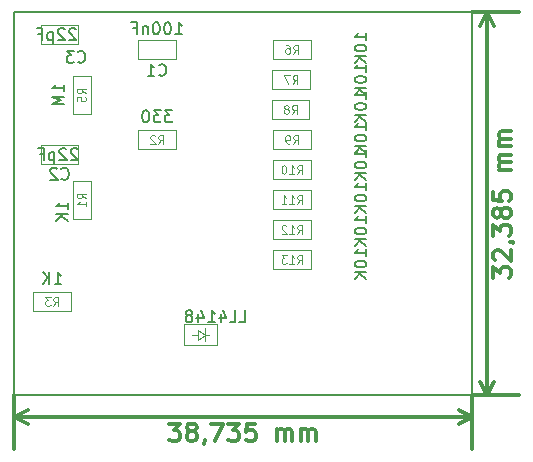
<source format=gbr>
G04 #@! TF.GenerationSoftware,KiCad,Pcbnew,(5.0.2)-1*
G04 #@! TF.CreationDate,2018-12-23T15:01:24+01:00*
G04 #@! TF.ProjectId,MutltiSwitch_Sw8,4d75746c-7469-4537-9769-7463685f5377,0.1*
G04 #@! TF.SameCoordinates,Original*
G04 #@! TF.FileFunction,Other,Fab,Bot*
%FSLAX46Y46*%
G04 Gerber Fmt 4.6, Leading zero omitted, Abs format (unit mm)*
G04 Created by KiCad (PCBNEW (5.0.2)-1) date 23/12/2018 15:01:24*
%MOMM*%
%LPD*%
G01*
G04 APERTURE LIST*
%ADD10C,0.300000*%
%ADD11C,0.150000*%
%ADD12C,0.100000*%
%ADD13C,0.105000*%
G04 APERTURE END LIST*
D10*
X146431785Y-123083571D02*
X147360357Y-123083571D01*
X146860357Y-123655000D01*
X147074642Y-123655000D01*
X147217500Y-123726428D01*
X147288928Y-123797857D01*
X147360357Y-123940714D01*
X147360357Y-124297857D01*
X147288928Y-124440714D01*
X147217500Y-124512142D01*
X147074642Y-124583571D01*
X146646071Y-124583571D01*
X146503214Y-124512142D01*
X146431785Y-124440714D01*
X148217500Y-123726428D02*
X148074642Y-123655000D01*
X148003214Y-123583571D01*
X147931785Y-123440714D01*
X147931785Y-123369285D01*
X148003214Y-123226428D01*
X148074642Y-123155000D01*
X148217500Y-123083571D01*
X148503214Y-123083571D01*
X148646071Y-123155000D01*
X148717500Y-123226428D01*
X148788928Y-123369285D01*
X148788928Y-123440714D01*
X148717500Y-123583571D01*
X148646071Y-123655000D01*
X148503214Y-123726428D01*
X148217500Y-123726428D01*
X148074642Y-123797857D01*
X148003214Y-123869285D01*
X147931785Y-124012142D01*
X147931785Y-124297857D01*
X148003214Y-124440714D01*
X148074642Y-124512142D01*
X148217500Y-124583571D01*
X148503214Y-124583571D01*
X148646071Y-124512142D01*
X148717500Y-124440714D01*
X148788928Y-124297857D01*
X148788928Y-124012142D01*
X148717500Y-123869285D01*
X148646071Y-123797857D01*
X148503214Y-123726428D01*
X149503214Y-124512142D02*
X149503214Y-124583571D01*
X149431785Y-124726428D01*
X149360357Y-124797857D01*
X150003214Y-123083571D02*
X151003214Y-123083571D01*
X150360357Y-124583571D01*
X151431785Y-123083571D02*
X152360357Y-123083571D01*
X151860357Y-123655000D01*
X152074642Y-123655000D01*
X152217500Y-123726428D01*
X152288928Y-123797857D01*
X152360357Y-123940714D01*
X152360357Y-124297857D01*
X152288928Y-124440714D01*
X152217500Y-124512142D01*
X152074642Y-124583571D01*
X151646071Y-124583571D01*
X151503214Y-124512142D01*
X151431785Y-124440714D01*
X153717500Y-123083571D02*
X153003214Y-123083571D01*
X152931785Y-123797857D01*
X153003214Y-123726428D01*
X153146071Y-123655000D01*
X153503214Y-123655000D01*
X153646071Y-123726428D01*
X153717500Y-123797857D01*
X153788928Y-123940714D01*
X153788928Y-124297857D01*
X153717500Y-124440714D01*
X153646071Y-124512142D01*
X153503214Y-124583571D01*
X153146071Y-124583571D01*
X153003214Y-124512142D01*
X152931785Y-124440714D01*
X155574642Y-124583571D02*
X155574642Y-123583571D01*
X155574642Y-123726428D02*
X155646071Y-123655000D01*
X155788928Y-123583571D01*
X156003214Y-123583571D01*
X156146071Y-123655000D01*
X156217500Y-123797857D01*
X156217500Y-124583571D01*
X156217500Y-123797857D02*
X156288928Y-123655000D01*
X156431785Y-123583571D01*
X156646071Y-123583571D01*
X156788928Y-123655000D01*
X156860357Y-123797857D01*
X156860357Y-124583571D01*
X157574642Y-124583571D02*
X157574642Y-123583571D01*
X157574642Y-123726428D02*
X157646071Y-123655000D01*
X157788928Y-123583571D01*
X158003214Y-123583571D01*
X158146071Y-123655000D01*
X158217500Y-123797857D01*
X158217500Y-124583571D01*
X158217500Y-123797857D02*
X158288928Y-123655000D01*
X158431785Y-123583571D01*
X158646071Y-123583571D01*
X158788928Y-123655000D01*
X158860357Y-123797857D01*
X158860357Y-124583571D01*
X172085000Y-122555000D02*
X133350000Y-122555000D01*
X172085000Y-120650000D02*
X172085000Y-125255000D01*
X133350000Y-120650000D02*
X133350000Y-125255000D01*
X133350000Y-122555000D02*
X134476504Y-121968579D01*
X133350000Y-122555000D02*
X134476504Y-123141421D01*
X172085000Y-122555000D02*
X170958496Y-121968579D01*
X172085000Y-122555000D02*
X170958496Y-123141421D01*
X173883570Y-110743214D02*
X173883570Y-109814642D01*
X174454999Y-110314642D01*
X174454999Y-110100357D01*
X174526427Y-109957500D01*
X174597856Y-109886071D01*
X174740713Y-109814642D01*
X175097856Y-109814642D01*
X175240713Y-109886071D01*
X175312141Y-109957500D01*
X175383570Y-110100357D01*
X175383570Y-110528928D01*
X175312141Y-110671785D01*
X175240713Y-110743214D01*
X174026427Y-109243214D02*
X173954999Y-109171785D01*
X173883570Y-109028928D01*
X173883570Y-108671785D01*
X173954999Y-108528928D01*
X174026427Y-108457500D01*
X174169284Y-108386071D01*
X174312141Y-108386071D01*
X174526427Y-108457500D01*
X175383570Y-109314642D01*
X175383570Y-108386071D01*
X175312141Y-107671785D02*
X175383570Y-107671785D01*
X175526427Y-107743214D01*
X175597856Y-107814642D01*
X173883570Y-107171785D02*
X173883570Y-106243214D01*
X174454999Y-106743214D01*
X174454999Y-106528928D01*
X174526427Y-106386071D01*
X174597856Y-106314642D01*
X174740713Y-106243214D01*
X175097856Y-106243214D01*
X175240713Y-106314642D01*
X175312141Y-106386071D01*
X175383570Y-106528928D01*
X175383570Y-106957500D01*
X175312141Y-107100357D01*
X175240713Y-107171785D01*
X174526427Y-105386071D02*
X174454999Y-105528928D01*
X174383570Y-105600357D01*
X174240713Y-105671785D01*
X174169284Y-105671785D01*
X174026427Y-105600357D01*
X173954999Y-105528928D01*
X173883570Y-105386071D01*
X173883570Y-105100357D01*
X173954999Y-104957500D01*
X174026427Y-104886071D01*
X174169284Y-104814642D01*
X174240713Y-104814642D01*
X174383570Y-104886071D01*
X174454999Y-104957500D01*
X174526427Y-105100357D01*
X174526427Y-105386071D01*
X174597856Y-105528928D01*
X174669284Y-105600357D01*
X174812141Y-105671785D01*
X175097856Y-105671785D01*
X175240713Y-105600357D01*
X175312141Y-105528928D01*
X175383570Y-105386071D01*
X175383570Y-105100357D01*
X175312141Y-104957500D01*
X175240713Y-104886071D01*
X175097856Y-104814642D01*
X174812141Y-104814642D01*
X174669284Y-104886071D01*
X174597856Y-104957500D01*
X174526427Y-105100357D01*
X173883570Y-103457500D02*
X173883570Y-104171785D01*
X174597856Y-104243214D01*
X174526427Y-104171785D01*
X174454999Y-104028928D01*
X174454999Y-103671785D01*
X174526427Y-103528928D01*
X174597856Y-103457500D01*
X174740713Y-103386071D01*
X175097856Y-103386071D01*
X175240713Y-103457500D01*
X175312141Y-103528928D01*
X175383570Y-103671785D01*
X175383570Y-104028928D01*
X175312141Y-104171785D01*
X175240713Y-104243214D01*
X175383570Y-101600357D02*
X174383570Y-101600357D01*
X174526427Y-101600357D02*
X174454999Y-101528928D01*
X174383570Y-101386071D01*
X174383570Y-101171785D01*
X174454999Y-101028928D01*
X174597856Y-100957500D01*
X175383570Y-100957500D01*
X174597856Y-100957500D02*
X174454999Y-100886071D01*
X174383570Y-100743214D01*
X174383570Y-100528928D01*
X174454999Y-100386071D01*
X174597856Y-100314642D01*
X175383570Y-100314642D01*
X175383570Y-99600357D02*
X174383570Y-99600357D01*
X174526427Y-99600357D02*
X174454999Y-99528928D01*
X174383570Y-99386071D01*
X174383570Y-99171785D01*
X174454999Y-99028928D01*
X174597856Y-98957500D01*
X175383570Y-98957500D01*
X174597856Y-98957500D02*
X174454999Y-98886071D01*
X174383570Y-98743214D01*
X174383570Y-98528928D01*
X174454999Y-98386071D01*
X174597856Y-98314642D01*
X175383570Y-98314642D01*
X173354999Y-120650000D02*
X173354999Y-88265000D01*
X172085000Y-120650000D02*
X176054999Y-120650000D01*
X172085000Y-88265000D02*
X176054999Y-88265000D01*
X173354999Y-88265000D02*
X173941420Y-89391504D01*
X173354999Y-88265000D02*
X172768578Y-89391504D01*
X173354999Y-120650000D02*
X173941420Y-119523496D01*
X173354999Y-120650000D02*
X172768578Y-119523496D01*
D11*
X133350000Y-120650000D02*
X133350000Y-88265000D01*
X172085000Y-120650000D02*
X172085000Y-88265000D01*
X172085000Y-88265000D02*
X133350000Y-88265000D01*
X133350000Y-120650000D02*
X172085000Y-120650000D01*
D12*
G04 #@! TO.C,C1*
X143815000Y-90640000D02*
X143815000Y-92240000D01*
X147015000Y-90640000D02*
X143815000Y-90640000D01*
X147015000Y-92240000D02*
X147015000Y-90640000D01*
X143815000Y-92240000D02*
X147015000Y-92240000D01*
G04 #@! TO.C,C2*
X135560000Y-99530000D02*
X135560000Y-101130000D01*
X138760000Y-99530000D02*
X135560000Y-99530000D01*
X138760000Y-101130000D02*
X138760000Y-99530000D01*
X135560000Y-101130000D02*
X138760000Y-101130000D01*
G04 #@! TO.C,C3*
X135560000Y-89370000D02*
X135560000Y-90970000D01*
X138760000Y-89370000D02*
X135560000Y-89370000D01*
X138760000Y-90970000D02*
X138760000Y-89370000D01*
X135560000Y-90970000D02*
X138760000Y-90970000D01*
G04 #@! TO.C,R2*
X143815000Y-98260000D02*
X143815000Y-99860000D01*
X147015000Y-98260000D02*
X143815000Y-98260000D01*
X147015000Y-99860000D02*
X147015000Y-98260000D01*
X143815000Y-99860000D02*
X147015000Y-99860000D01*
G04 #@! TO.C,R1*
X138265000Y-105740000D02*
X139865000Y-105740000D01*
X138265000Y-102540000D02*
X138265000Y-105740000D01*
X139865000Y-102540000D02*
X138265000Y-102540000D01*
X139865000Y-105740000D02*
X139865000Y-102540000D01*
G04 #@! TO.C,D2*
X148848000Y-115570000D02*
X148348000Y-115570000D01*
X148848000Y-115970000D02*
X149448000Y-115570000D01*
X148848000Y-115170000D02*
X148848000Y-115970000D01*
X149448000Y-115570000D02*
X148848000Y-115170000D01*
X149448000Y-115570000D02*
X149448000Y-116120000D01*
X149448000Y-115570000D02*
X149448000Y-115020000D01*
X149848000Y-115570000D02*
X149448000Y-115570000D01*
X150498000Y-116470000D02*
X150498000Y-114670000D01*
X147698000Y-116470000D02*
X150498000Y-116470000D01*
X147698000Y-114670000D02*
X147698000Y-116470000D01*
X150498000Y-114670000D02*
X147698000Y-114670000D01*
G04 #@! TO.C,R3*
X134925000Y-111976000D02*
X134925000Y-113576000D01*
X138125000Y-111976000D02*
X134925000Y-111976000D01*
X138125000Y-113576000D02*
X138125000Y-111976000D01*
X134925000Y-113576000D02*
X138125000Y-113576000D01*
G04 #@! TO.C,R5*
X138265000Y-96850000D02*
X139865000Y-96850000D01*
X138265000Y-93650000D02*
X138265000Y-96850000D01*
X139865000Y-93650000D02*
X138265000Y-93650000D01*
X139865000Y-96850000D02*
X139865000Y-93650000D01*
G04 #@! TO.C,R6*
X155245000Y-90640000D02*
X155245000Y-92240000D01*
X158445000Y-90640000D02*
X155245000Y-90640000D01*
X158445000Y-92240000D02*
X158445000Y-90640000D01*
X155245000Y-92240000D02*
X158445000Y-92240000D01*
G04 #@! TO.C,R7*
X155192000Y-93180000D02*
X155192000Y-94780000D01*
X158392000Y-93180000D02*
X155192000Y-93180000D01*
X158392000Y-94780000D02*
X158392000Y-93180000D01*
X155192000Y-94780000D02*
X158392000Y-94780000D01*
G04 #@! TO.C,R8*
X155118000Y-95720000D02*
X155118000Y-97320000D01*
X158318000Y-95720000D02*
X155118000Y-95720000D01*
X158318000Y-97320000D02*
X158318000Y-95720000D01*
X155118000Y-97320000D02*
X158318000Y-97320000D01*
G04 #@! TO.C,R9*
X155245000Y-98260000D02*
X155245000Y-99860000D01*
X158445000Y-98260000D02*
X155245000Y-98260000D01*
X158445000Y-99860000D02*
X158445000Y-98260000D01*
X155245000Y-99860000D02*
X158445000Y-99860000D01*
G04 #@! TO.C,R10*
X155245000Y-100800000D02*
X155245000Y-102400000D01*
X158445000Y-100800000D02*
X155245000Y-100800000D01*
X158445000Y-102400000D02*
X158445000Y-100800000D01*
X155245000Y-102400000D02*
X158445000Y-102400000D01*
G04 #@! TO.C,R11*
X155245000Y-103340000D02*
X155245000Y-104940000D01*
X158445000Y-103340000D02*
X155245000Y-103340000D01*
X158445000Y-104940000D02*
X158445000Y-103340000D01*
X155245000Y-104940000D02*
X158445000Y-104940000D01*
G04 #@! TO.C,R12*
X155245000Y-105880000D02*
X155245000Y-107480000D01*
X158445000Y-105880000D02*
X155245000Y-105880000D01*
X158445000Y-107480000D02*
X158445000Y-105880000D01*
X155245000Y-107480000D02*
X158445000Y-107480000D01*
G04 #@! TO.C,R13*
X155245000Y-108420000D02*
X155245000Y-110020000D01*
X158445000Y-108420000D02*
X155245000Y-108420000D01*
X158445000Y-110020000D02*
X158445000Y-108420000D01*
X155245000Y-110020000D02*
X158445000Y-110020000D01*
G04 #@! TD*
G04 #@! TO.C,C1*
D11*
X146962619Y-90114380D02*
X147534047Y-90114380D01*
X147248333Y-90114380D02*
X147248333Y-89114380D01*
X147343571Y-89257238D01*
X147438809Y-89352476D01*
X147534047Y-89400095D01*
X146343571Y-89114380D02*
X146248333Y-89114380D01*
X146153095Y-89162000D01*
X146105476Y-89209619D01*
X146057857Y-89304857D01*
X146010238Y-89495333D01*
X146010238Y-89733428D01*
X146057857Y-89923904D01*
X146105476Y-90019142D01*
X146153095Y-90066761D01*
X146248333Y-90114380D01*
X146343571Y-90114380D01*
X146438809Y-90066761D01*
X146486428Y-90019142D01*
X146534047Y-89923904D01*
X146581666Y-89733428D01*
X146581666Y-89495333D01*
X146534047Y-89304857D01*
X146486428Y-89209619D01*
X146438809Y-89162000D01*
X146343571Y-89114380D01*
X145391190Y-89114380D02*
X145295952Y-89114380D01*
X145200714Y-89162000D01*
X145153095Y-89209619D01*
X145105476Y-89304857D01*
X145057857Y-89495333D01*
X145057857Y-89733428D01*
X145105476Y-89923904D01*
X145153095Y-90019142D01*
X145200714Y-90066761D01*
X145295952Y-90114380D01*
X145391190Y-90114380D01*
X145486428Y-90066761D01*
X145534047Y-90019142D01*
X145581666Y-89923904D01*
X145629285Y-89733428D01*
X145629285Y-89495333D01*
X145581666Y-89304857D01*
X145534047Y-89209619D01*
X145486428Y-89162000D01*
X145391190Y-89114380D01*
X144629285Y-89447714D02*
X144629285Y-90114380D01*
X144629285Y-89542952D02*
X144581666Y-89495333D01*
X144486428Y-89447714D01*
X144343571Y-89447714D01*
X144248333Y-89495333D01*
X144200714Y-89590571D01*
X144200714Y-90114380D01*
X143391190Y-89590571D02*
X143724523Y-89590571D01*
X143724523Y-90114380D02*
X143724523Y-89114380D01*
X143248333Y-89114380D01*
X145581666Y-93547142D02*
X145629285Y-93594761D01*
X145772142Y-93642380D01*
X145867380Y-93642380D01*
X146010238Y-93594761D01*
X146105476Y-93499523D01*
X146153095Y-93404285D01*
X146200714Y-93213809D01*
X146200714Y-93070952D01*
X146153095Y-92880476D01*
X146105476Y-92785238D01*
X146010238Y-92690000D01*
X145867380Y-92642380D01*
X145772142Y-92642380D01*
X145629285Y-92690000D01*
X145581666Y-92737619D01*
X144629285Y-93642380D02*
X145200714Y-93642380D01*
X144915000Y-93642380D02*
X144915000Y-92642380D01*
X145010238Y-92785238D01*
X145105476Y-92880476D01*
X145200714Y-92928095D01*
G04 #@! TO.C,C2*
X138675857Y-99877619D02*
X138628238Y-99830000D01*
X138533000Y-99782380D01*
X138294904Y-99782380D01*
X138199666Y-99830000D01*
X138152047Y-99877619D01*
X138104428Y-99972857D01*
X138104428Y-100068095D01*
X138152047Y-100210952D01*
X138723476Y-100782380D01*
X138104428Y-100782380D01*
X137723476Y-99877619D02*
X137675857Y-99830000D01*
X137580619Y-99782380D01*
X137342523Y-99782380D01*
X137247285Y-99830000D01*
X137199666Y-99877619D01*
X137152047Y-99972857D01*
X137152047Y-100068095D01*
X137199666Y-100210952D01*
X137771095Y-100782380D01*
X137152047Y-100782380D01*
X136723476Y-100115714D02*
X136723476Y-101115714D01*
X136723476Y-100163333D02*
X136628238Y-100115714D01*
X136437761Y-100115714D01*
X136342523Y-100163333D01*
X136294904Y-100210952D01*
X136247285Y-100306190D01*
X136247285Y-100591904D01*
X136294904Y-100687142D01*
X136342523Y-100734761D01*
X136437761Y-100782380D01*
X136628238Y-100782380D01*
X136723476Y-100734761D01*
X135485380Y-100258571D02*
X135818714Y-100258571D01*
X135818714Y-100782380D02*
X135818714Y-99782380D01*
X135342523Y-99782380D01*
X137326666Y-102338142D02*
X137374285Y-102385761D01*
X137517142Y-102433380D01*
X137612380Y-102433380D01*
X137755238Y-102385761D01*
X137850476Y-102290523D01*
X137898095Y-102195285D01*
X137945714Y-102004809D01*
X137945714Y-101861952D01*
X137898095Y-101671476D01*
X137850476Y-101576238D01*
X137755238Y-101481000D01*
X137612380Y-101433380D01*
X137517142Y-101433380D01*
X137374285Y-101481000D01*
X137326666Y-101528619D01*
X136945714Y-101528619D02*
X136898095Y-101481000D01*
X136802857Y-101433380D01*
X136564761Y-101433380D01*
X136469523Y-101481000D01*
X136421904Y-101528619D01*
X136374285Y-101623857D01*
X136374285Y-101719095D01*
X136421904Y-101861952D01*
X136993333Y-102433380D01*
X136374285Y-102433380D01*
G04 #@! TO.C,C3*
X138548857Y-89717619D02*
X138501238Y-89670000D01*
X138406000Y-89622380D01*
X138167904Y-89622380D01*
X138072666Y-89670000D01*
X138025047Y-89717619D01*
X137977428Y-89812857D01*
X137977428Y-89908095D01*
X138025047Y-90050952D01*
X138596476Y-90622380D01*
X137977428Y-90622380D01*
X137596476Y-89717619D02*
X137548857Y-89670000D01*
X137453619Y-89622380D01*
X137215523Y-89622380D01*
X137120285Y-89670000D01*
X137072666Y-89717619D01*
X137025047Y-89812857D01*
X137025047Y-89908095D01*
X137072666Y-90050952D01*
X137644095Y-90622380D01*
X137025047Y-90622380D01*
X136596476Y-89955714D02*
X136596476Y-90955714D01*
X136596476Y-90003333D02*
X136501238Y-89955714D01*
X136310761Y-89955714D01*
X136215523Y-90003333D01*
X136167904Y-90050952D01*
X136120285Y-90146190D01*
X136120285Y-90431904D01*
X136167904Y-90527142D01*
X136215523Y-90574761D01*
X136310761Y-90622380D01*
X136501238Y-90622380D01*
X136596476Y-90574761D01*
X135358380Y-90098571D02*
X135691714Y-90098571D01*
X135691714Y-90622380D02*
X135691714Y-89622380D01*
X135215523Y-89622380D01*
X138723666Y-92432142D02*
X138771285Y-92479761D01*
X138914142Y-92527380D01*
X139009380Y-92527380D01*
X139152238Y-92479761D01*
X139247476Y-92384523D01*
X139295095Y-92289285D01*
X139342714Y-92098809D01*
X139342714Y-91955952D01*
X139295095Y-91765476D01*
X139247476Y-91670238D01*
X139152238Y-91575000D01*
X139009380Y-91527380D01*
X138914142Y-91527380D01*
X138771285Y-91575000D01*
X138723666Y-91622619D01*
X138390333Y-91527380D02*
X137771285Y-91527380D01*
X138104619Y-91908333D01*
X137961761Y-91908333D01*
X137866523Y-91955952D01*
X137818904Y-92003571D01*
X137771285Y-92098809D01*
X137771285Y-92336904D01*
X137818904Y-92432142D01*
X137866523Y-92479761D01*
X137961761Y-92527380D01*
X138247476Y-92527380D01*
X138342714Y-92479761D01*
X138390333Y-92432142D01*
G04 #@! TO.C,R2*
X146700714Y-96562380D02*
X146081666Y-96562380D01*
X146415000Y-96943333D01*
X146272142Y-96943333D01*
X146176904Y-96990952D01*
X146129285Y-97038571D01*
X146081666Y-97133809D01*
X146081666Y-97371904D01*
X146129285Y-97467142D01*
X146176904Y-97514761D01*
X146272142Y-97562380D01*
X146557857Y-97562380D01*
X146653095Y-97514761D01*
X146700714Y-97467142D01*
X145748333Y-96562380D02*
X145129285Y-96562380D01*
X145462619Y-96943333D01*
X145319761Y-96943333D01*
X145224523Y-96990952D01*
X145176904Y-97038571D01*
X145129285Y-97133809D01*
X145129285Y-97371904D01*
X145176904Y-97467142D01*
X145224523Y-97514761D01*
X145319761Y-97562380D01*
X145605476Y-97562380D01*
X145700714Y-97514761D01*
X145748333Y-97467142D01*
X144510238Y-96562380D02*
X144415000Y-96562380D01*
X144319761Y-96610000D01*
X144272142Y-96657619D01*
X144224523Y-96752857D01*
X144176904Y-96943333D01*
X144176904Y-97181428D01*
X144224523Y-97371904D01*
X144272142Y-97467142D01*
X144319761Y-97514761D01*
X144415000Y-97562380D01*
X144510238Y-97562380D01*
X144605476Y-97514761D01*
X144653095Y-97467142D01*
X144700714Y-97371904D01*
X144748333Y-97181428D01*
X144748333Y-96943333D01*
X144700714Y-96752857D01*
X144653095Y-96657619D01*
X144605476Y-96610000D01*
X144510238Y-96562380D01*
D13*
X145531666Y-99376666D02*
X145765000Y-99043333D01*
X145931666Y-99376666D02*
X145931666Y-98676666D01*
X145665000Y-98676666D01*
X145598333Y-98710000D01*
X145565000Y-98743333D01*
X145531666Y-98810000D01*
X145531666Y-98910000D01*
X145565000Y-98976666D01*
X145598333Y-99010000D01*
X145665000Y-99043333D01*
X145931666Y-99043333D01*
X145265000Y-98743333D02*
X145231666Y-98710000D01*
X145165000Y-98676666D01*
X144998333Y-98676666D01*
X144931666Y-98710000D01*
X144898333Y-98743333D01*
X144865000Y-98810000D01*
X144865000Y-98876666D01*
X144898333Y-98976666D01*
X145298333Y-99376666D01*
X144865000Y-99376666D01*
G04 #@! TO.C,R1*
D11*
X137866380Y-104941714D02*
X137866380Y-104370285D01*
X137866380Y-104656000D02*
X136866380Y-104656000D01*
X137009238Y-104560761D01*
X137104476Y-104465523D01*
X137152095Y-104370285D01*
X137866380Y-105370285D02*
X136866380Y-105370285D01*
X137866380Y-105941714D02*
X137294952Y-105513142D01*
X136866380Y-105941714D02*
X137437809Y-105370285D01*
D13*
X139381666Y-104023333D02*
X139048333Y-103790000D01*
X139381666Y-103623333D02*
X138681666Y-103623333D01*
X138681666Y-103890000D01*
X138715000Y-103956666D01*
X138748333Y-103990000D01*
X138815000Y-104023333D01*
X138915000Y-104023333D01*
X138981666Y-103990000D01*
X139015000Y-103956666D01*
X139048333Y-103890000D01*
X139048333Y-103623333D01*
X139381666Y-104690000D02*
X139381666Y-104290000D01*
X139381666Y-104490000D02*
X138681666Y-104490000D01*
X138781666Y-104423333D01*
X138848333Y-104356666D01*
X138881666Y-104290000D01*
G04 #@! TO.C,D2*
D11*
X152368000Y-114498380D02*
X152844190Y-114498380D01*
X152844190Y-113498380D01*
X151558476Y-114498380D02*
X152034666Y-114498380D01*
X152034666Y-113498380D01*
X150796571Y-113831714D02*
X150796571Y-114498380D01*
X151034666Y-113450761D02*
X151272761Y-114165047D01*
X150653714Y-114165047D01*
X149748952Y-114498380D02*
X150320380Y-114498380D01*
X150034666Y-114498380D02*
X150034666Y-113498380D01*
X150129904Y-113641238D01*
X150225142Y-113736476D01*
X150320380Y-113784095D01*
X148891809Y-113831714D02*
X148891809Y-114498380D01*
X149129904Y-113450761D02*
X149368000Y-114165047D01*
X148748952Y-114165047D01*
X148225142Y-113926952D02*
X148320380Y-113879333D01*
X148368000Y-113831714D01*
X148415619Y-113736476D01*
X148415619Y-113688857D01*
X148368000Y-113593619D01*
X148320380Y-113546000D01*
X148225142Y-113498380D01*
X148034666Y-113498380D01*
X147939428Y-113546000D01*
X147891809Y-113593619D01*
X147844190Y-113688857D01*
X147844190Y-113736476D01*
X147891809Y-113831714D01*
X147939428Y-113879333D01*
X148034666Y-113926952D01*
X148225142Y-113926952D01*
X148320380Y-113974571D01*
X148368000Y-114022190D01*
X148415619Y-114117428D01*
X148415619Y-114307904D01*
X148368000Y-114403142D01*
X148320380Y-114450761D01*
X148225142Y-114498380D01*
X148034666Y-114498380D01*
X147939428Y-114450761D01*
X147891809Y-114403142D01*
X147844190Y-114307904D01*
X147844190Y-114117428D01*
X147891809Y-114022190D01*
X147939428Y-113974571D01*
X148034666Y-113926952D01*
G04 #@! TO.C,R3*
X136739285Y-111278380D02*
X137310714Y-111278380D01*
X137025000Y-111278380D02*
X137025000Y-110278380D01*
X137120238Y-110421238D01*
X137215476Y-110516476D01*
X137310714Y-110564095D01*
X136310714Y-111278380D02*
X136310714Y-110278380D01*
X135739285Y-111278380D02*
X136167857Y-110706952D01*
X135739285Y-110278380D02*
X136310714Y-110849809D01*
D13*
X136641666Y-113092666D02*
X136875000Y-112759333D01*
X137041666Y-113092666D02*
X137041666Y-112392666D01*
X136775000Y-112392666D01*
X136708333Y-112426000D01*
X136675000Y-112459333D01*
X136641666Y-112526000D01*
X136641666Y-112626000D01*
X136675000Y-112692666D01*
X136708333Y-112726000D01*
X136775000Y-112759333D01*
X137041666Y-112759333D01*
X136408333Y-112392666D02*
X135975000Y-112392666D01*
X136208333Y-112659333D01*
X136108333Y-112659333D01*
X136041666Y-112692666D01*
X136008333Y-112726000D01*
X135975000Y-112792666D01*
X135975000Y-112959333D01*
X136008333Y-113026000D01*
X136041666Y-113059333D01*
X136108333Y-113092666D01*
X136308333Y-113092666D01*
X136375000Y-113059333D01*
X136408333Y-113026000D01*
G04 #@! TO.C,R5*
D11*
X137567380Y-94964285D02*
X137567380Y-94392857D01*
X137567380Y-94678571D02*
X136567380Y-94678571D01*
X136710238Y-94583333D01*
X136805476Y-94488095D01*
X136853095Y-94392857D01*
X137567380Y-95392857D02*
X136567380Y-95392857D01*
X137281666Y-95726190D01*
X136567380Y-96059523D01*
X137567380Y-96059523D01*
D13*
X139381666Y-95133333D02*
X139048333Y-94900000D01*
X139381666Y-94733333D02*
X138681666Y-94733333D01*
X138681666Y-95000000D01*
X138715000Y-95066666D01*
X138748333Y-95100000D01*
X138815000Y-95133333D01*
X138915000Y-95133333D01*
X138981666Y-95100000D01*
X139015000Y-95066666D01*
X139048333Y-95000000D01*
X139048333Y-94733333D01*
X138681666Y-95766666D02*
X138681666Y-95433333D01*
X139015000Y-95400000D01*
X138981666Y-95433333D01*
X138948333Y-95500000D01*
X138948333Y-95666666D01*
X138981666Y-95733333D01*
X139015000Y-95766666D01*
X139081666Y-95800000D01*
X139248333Y-95800000D01*
X139315000Y-95766666D01*
X139348333Y-95733333D01*
X139381666Y-95666666D01*
X139381666Y-95500000D01*
X139348333Y-95433333D01*
X139315000Y-95400000D01*
G04 #@! TO.C,R6*
D11*
X163139380Y-90622523D02*
X163139380Y-90051095D01*
X163139380Y-90336809D02*
X162139380Y-90336809D01*
X162282238Y-90241571D01*
X162377476Y-90146333D01*
X162425095Y-90051095D01*
X162139380Y-91241571D02*
X162139380Y-91336809D01*
X162187000Y-91432047D01*
X162234619Y-91479666D01*
X162329857Y-91527285D01*
X162520333Y-91574904D01*
X162758428Y-91574904D01*
X162948904Y-91527285D01*
X163044142Y-91479666D01*
X163091761Y-91432047D01*
X163139380Y-91336809D01*
X163139380Y-91241571D01*
X163091761Y-91146333D01*
X163044142Y-91098714D01*
X162948904Y-91051095D01*
X162758428Y-91003476D01*
X162520333Y-91003476D01*
X162329857Y-91051095D01*
X162234619Y-91098714D01*
X162187000Y-91146333D01*
X162139380Y-91241571D01*
X163139380Y-92003476D02*
X162139380Y-92003476D01*
X163139380Y-92574904D02*
X162567952Y-92146333D01*
X162139380Y-92574904D02*
X162710809Y-92003476D01*
D13*
X156961666Y-91756666D02*
X157195000Y-91423333D01*
X157361666Y-91756666D02*
X157361666Y-91056666D01*
X157095000Y-91056666D01*
X157028333Y-91090000D01*
X156995000Y-91123333D01*
X156961666Y-91190000D01*
X156961666Y-91290000D01*
X156995000Y-91356666D01*
X157028333Y-91390000D01*
X157095000Y-91423333D01*
X157361666Y-91423333D01*
X156361666Y-91056666D02*
X156495000Y-91056666D01*
X156561666Y-91090000D01*
X156595000Y-91123333D01*
X156661666Y-91223333D01*
X156695000Y-91356666D01*
X156695000Y-91623333D01*
X156661666Y-91690000D01*
X156628333Y-91723333D01*
X156561666Y-91756666D01*
X156428333Y-91756666D01*
X156361666Y-91723333D01*
X156328333Y-91690000D01*
X156295000Y-91623333D01*
X156295000Y-91456666D01*
X156328333Y-91390000D01*
X156361666Y-91356666D01*
X156428333Y-91323333D01*
X156561666Y-91323333D01*
X156628333Y-91356666D01*
X156661666Y-91390000D01*
X156695000Y-91456666D01*
G04 #@! TO.C,R7*
D11*
X163139380Y-93289523D02*
X163139380Y-92718095D01*
X163139380Y-93003809D02*
X162139380Y-93003809D01*
X162282238Y-92908571D01*
X162377476Y-92813333D01*
X162425095Y-92718095D01*
X162139380Y-93908571D02*
X162139380Y-94003809D01*
X162187000Y-94099047D01*
X162234619Y-94146666D01*
X162329857Y-94194285D01*
X162520333Y-94241904D01*
X162758428Y-94241904D01*
X162948904Y-94194285D01*
X163044142Y-94146666D01*
X163091761Y-94099047D01*
X163139380Y-94003809D01*
X163139380Y-93908571D01*
X163091761Y-93813333D01*
X163044142Y-93765714D01*
X162948904Y-93718095D01*
X162758428Y-93670476D01*
X162520333Y-93670476D01*
X162329857Y-93718095D01*
X162234619Y-93765714D01*
X162187000Y-93813333D01*
X162139380Y-93908571D01*
X163139380Y-94670476D02*
X162139380Y-94670476D01*
X163139380Y-95241904D02*
X162567952Y-94813333D01*
X162139380Y-95241904D02*
X162710809Y-94670476D01*
D13*
X156908666Y-94296666D02*
X157142000Y-93963333D01*
X157308666Y-94296666D02*
X157308666Y-93596666D01*
X157042000Y-93596666D01*
X156975333Y-93630000D01*
X156942000Y-93663333D01*
X156908666Y-93730000D01*
X156908666Y-93830000D01*
X156942000Y-93896666D01*
X156975333Y-93930000D01*
X157042000Y-93963333D01*
X157308666Y-93963333D01*
X156675333Y-93596666D02*
X156208666Y-93596666D01*
X156508666Y-94296666D01*
G04 #@! TO.C,R8*
D11*
X163139380Y-95575523D02*
X163139380Y-95004095D01*
X163139380Y-95289809D02*
X162139380Y-95289809D01*
X162282238Y-95194571D01*
X162377476Y-95099333D01*
X162425095Y-95004095D01*
X162139380Y-96194571D02*
X162139380Y-96289809D01*
X162187000Y-96385047D01*
X162234619Y-96432666D01*
X162329857Y-96480285D01*
X162520333Y-96527904D01*
X162758428Y-96527904D01*
X162948904Y-96480285D01*
X163044142Y-96432666D01*
X163091761Y-96385047D01*
X163139380Y-96289809D01*
X163139380Y-96194571D01*
X163091761Y-96099333D01*
X163044142Y-96051714D01*
X162948904Y-96004095D01*
X162758428Y-95956476D01*
X162520333Y-95956476D01*
X162329857Y-96004095D01*
X162234619Y-96051714D01*
X162187000Y-96099333D01*
X162139380Y-96194571D01*
X163139380Y-96956476D02*
X162139380Y-96956476D01*
X163139380Y-97527904D02*
X162567952Y-97099333D01*
X162139380Y-97527904D02*
X162710809Y-96956476D01*
D13*
X156834666Y-96836666D02*
X157068000Y-96503333D01*
X157234666Y-96836666D02*
X157234666Y-96136666D01*
X156968000Y-96136666D01*
X156901333Y-96170000D01*
X156868000Y-96203333D01*
X156834666Y-96270000D01*
X156834666Y-96370000D01*
X156868000Y-96436666D01*
X156901333Y-96470000D01*
X156968000Y-96503333D01*
X157234666Y-96503333D01*
X156434666Y-96436666D02*
X156501333Y-96403333D01*
X156534666Y-96370000D01*
X156568000Y-96303333D01*
X156568000Y-96270000D01*
X156534666Y-96203333D01*
X156501333Y-96170000D01*
X156434666Y-96136666D01*
X156301333Y-96136666D01*
X156234666Y-96170000D01*
X156201333Y-96203333D01*
X156168000Y-96270000D01*
X156168000Y-96303333D01*
X156201333Y-96370000D01*
X156234666Y-96403333D01*
X156301333Y-96436666D01*
X156434666Y-96436666D01*
X156501333Y-96470000D01*
X156534666Y-96503333D01*
X156568000Y-96570000D01*
X156568000Y-96703333D01*
X156534666Y-96770000D01*
X156501333Y-96803333D01*
X156434666Y-96836666D01*
X156301333Y-96836666D01*
X156234666Y-96803333D01*
X156201333Y-96770000D01*
X156168000Y-96703333D01*
X156168000Y-96570000D01*
X156201333Y-96503333D01*
X156234666Y-96470000D01*
X156301333Y-96436666D01*
G04 #@! TO.C,R9*
D11*
X163139380Y-98242523D02*
X163139380Y-97671095D01*
X163139380Y-97956809D02*
X162139380Y-97956809D01*
X162282238Y-97861571D01*
X162377476Y-97766333D01*
X162425095Y-97671095D01*
X162139380Y-98861571D02*
X162139380Y-98956809D01*
X162187000Y-99052047D01*
X162234619Y-99099666D01*
X162329857Y-99147285D01*
X162520333Y-99194904D01*
X162758428Y-99194904D01*
X162948904Y-99147285D01*
X163044142Y-99099666D01*
X163091761Y-99052047D01*
X163139380Y-98956809D01*
X163139380Y-98861571D01*
X163091761Y-98766333D01*
X163044142Y-98718714D01*
X162948904Y-98671095D01*
X162758428Y-98623476D01*
X162520333Y-98623476D01*
X162329857Y-98671095D01*
X162234619Y-98718714D01*
X162187000Y-98766333D01*
X162139380Y-98861571D01*
X163139380Y-99623476D02*
X162139380Y-99623476D01*
X163139380Y-100194904D02*
X162567952Y-99766333D01*
X162139380Y-100194904D02*
X162710809Y-99623476D01*
D13*
X156961666Y-99376666D02*
X157195000Y-99043333D01*
X157361666Y-99376666D02*
X157361666Y-98676666D01*
X157095000Y-98676666D01*
X157028333Y-98710000D01*
X156995000Y-98743333D01*
X156961666Y-98810000D01*
X156961666Y-98910000D01*
X156995000Y-98976666D01*
X157028333Y-99010000D01*
X157095000Y-99043333D01*
X157361666Y-99043333D01*
X156628333Y-99376666D02*
X156495000Y-99376666D01*
X156428333Y-99343333D01*
X156395000Y-99310000D01*
X156328333Y-99210000D01*
X156295000Y-99076666D01*
X156295000Y-98810000D01*
X156328333Y-98743333D01*
X156361666Y-98710000D01*
X156428333Y-98676666D01*
X156561666Y-98676666D01*
X156628333Y-98710000D01*
X156661666Y-98743333D01*
X156695000Y-98810000D01*
X156695000Y-98976666D01*
X156661666Y-99043333D01*
X156628333Y-99076666D01*
X156561666Y-99110000D01*
X156428333Y-99110000D01*
X156361666Y-99076666D01*
X156328333Y-99043333D01*
X156295000Y-98976666D01*
G04 #@! TO.C,R10*
D11*
X163139380Y-100528523D02*
X163139380Y-99957095D01*
X163139380Y-100242809D02*
X162139380Y-100242809D01*
X162282238Y-100147571D01*
X162377476Y-100052333D01*
X162425095Y-99957095D01*
X162139380Y-101147571D02*
X162139380Y-101242809D01*
X162187000Y-101338047D01*
X162234619Y-101385666D01*
X162329857Y-101433285D01*
X162520333Y-101480904D01*
X162758428Y-101480904D01*
X162948904Y-101433285D01*
X163044142Y-101385666D01*
X163091761Y-101338047D01*
X163139380Y-101242809D01*
X163139380Y-101147571D01*
X163091761Y-101052333D01*
X163044142Y-101004714D01*
X162948904Y-100957095D01*
X162758428Y-100909476D01*
X162520333Y-100909476D01*
X162329857Y-100957095D01*
X162234619Y-101004714D01*
X162187000Y-101052333D01*
X162139380Y-101147571D01*
X163139380Y-101909476D02*
X162139380Y-101909476D01*
X163139380Y-102480904D02*
X162567952Y-102052333D01*
X162139380Y-102480904D02*
X162710809Y-101909476D01*
D13*
X157295000Y-101916666D02*
X157528333Y-101583333D01*
X157695000Y-101916666D02*
X157695000Y-101216666D01*
X157428333Y-101216666D01*
X157361666Y-101250000D01*
X157328333Y-101283333D01*
X157295000Y-101350000D01*
X157295000Y-101450000D01*
X157328333Y-101516666D01*
X157361666Y-101550000D01*
X157428333Y-101583333D01*
X157695000Y-101583333D01*
X156628333Y-101916666D02*
X157028333Y-101916666D01*
X156828333Y-101916666D02*
X156828333Y-101216666D01*
X156895000Y-101316666D01*
X156961666Y-101383333D01*
X157028333Y-101416666D01*
X156195000Y-101216666D02*
X156128333Y-101216666D01*
X156061666Y-101250000D01*
X156028333Y-101283333D01*
X155995000Y-101350000D01*
X155961666Y-101483333D01*
X155961666Y-101650000D01*
X155995000Y-101783333D01*
X156028333Y-101850000D01*
X156061666Y-101883333D01*
X156128333Y-101916666D01*
X156195000Y-101916666D01*
X156261666Y-101883333D01*
X156295000Y-101850000D01*
X156328333Y-101783333D01*
X156361666Y-101650000D01*
X156361666Y-101483333D01*
X156328333Y-101350000D01*
X156295000Y-101283333D01*
X156261666Y-101250000D01*
X156195000Y-101216666D01*
G04 #@! TO.C,R11*
D11*
X163139380Y-103322523D02*
X163139380Y-102751095D01*
X163139380Y-103036809D02*
X162139380Y-103036809D01*
X162282238Y-102941571D01*
X162377476Y-102846333D01*
X162425095Y-102751095D01*
X162139380Y-103941571D02*
X162139380Y-104036809D01*
X162187000Y-104132047D01*
X162234619Y-104179666D01*
X162329857Y-104227285D01*
X162520333Y-104274904D01*
X162758428Y-104274904D01*
X162948904Y-104227285D01*
X163044142Y-104179666D01*
X163091761Y-104132047D01*
X163139380Y-104036809D01*
X163139380Y-103941571D01*
X163091761Y-103846333D01*
X163044142Y-103798714D01*
X162948904Y-103751095D01*
X162758428Y-103703476D01*
X162520333Y-103703476D01*
X162329857Y-103751095D01*
X162234619Y-103798714D01*
X162187000Y-103846333D01*
X162139380Y-103941571D01*
X163139380Y-104703476D02*
X162139380Y-104703476D01*
X163139380Y-105274904D02*
X162567952Y-104846333D01*
X162139380Y-105274904D02*
X162710809Y-104703476D01*
D13*
X157295000Y-104456666D02*
X157528333Y-104123333D01*
X157695000Y-104456666D02*
X157695000Y-103756666D01*
X157428333Y-103756666D01*
X157361666Y-103790000D01*
X157328333Y-103823333D01*
X157295000Y-103890000D01*
X157295000Y-103990000D01*
X157328333Y-104056666D01*
X157361666Y-104090000D01*
X157428333Y-104123333D01*
X157695000Y-104123333D01*
X156628333Y-104456666D02*
X157028333Y-104456666D01*
X156828333Y-104456666D02*
X156828333Y-103756666D01*
X156895000Y-103856666D01*
X156961666Y-103923333D01*
X157028333Y-103956666D01*
X155961666Y-104456666D02*
X156361666Y-104456666D01*
X156161666Y-104456666D02*
X156161666Y-103756666D01*
X156228333Y-103856666D01*
X156295000Y-103923333D01*
X156361666Y-103956666D01*
G04 #@! TO.C,R12*
D11*
X163139380Y-106116523D02*
X163139380Y-105545095D01*
X163139380Y-105830809D02*
X162139380Y-105830809D01*
X162282238Y-105735571D01*
X162377476Y-105640333D01*
X162425095Y-105545095D01*
X162139380Y-106735571D02*
X162139380Y-106830809D01*
X162187000Y-106926047D01*
X162234619Y-106973666D01*
X162329857Y-107021285D01*
X162520333Y-107068904D01*
X162758428Y-107068904D01*
X162948904Y-107021285D01*
X163044142Y-106973666D01*
X163091761Y-106926047D01*
X163139380Y-106830809D01*
X163139380Y-106735571D01*
X163091761Y-106640333D01*
X163044142Y-106592714D01*
X162948904Y-106545095D01*
X162758428Y-106497476D01*
X162520333Y-106497476D01*
X162329857Y-106545095D01*
X162234619Y-106592714D01*
X162187000Y-106640333D01*
X162139380Y-106735571D01*
X163139380Y-107497476D02*
X162139380Y-107497476D01*
X163139380Y-108068904D02*
X162567952Y-107640333D01*
X162139380Y-108068904D02*
X162710809Y-107497476D01*
D13*
X157295000Y-106996666D02*
X157528333Y-106663333D01*
X157695000Y-106996666D02*
X157695000Y-106296666D01*
X157428333Y-106296666D01*
X157361666Y-106330000D01*
X157328333Y-106363333D01*
X157295000Y-106430000D01*
X157295000Y-106530000D01*
X157328333Y-106596666D01*
X157361666Y-106630000D01*
X157428333Y-106663333D01*
X157695000Y-106663333D01*
X156628333Y-106996666D02*
X157028333Y-106996666D01*
X156828333Y-106996666D02*
X156828333Y-106296666D01*
X156895000Y-106396666D01*
X156961666Y-106463333D01*
X157028333Y-106496666D01*
X156361666Y-106363333D02*
X156328333Y-106330000D01*
X156261666Y-106296666D01*
X156095000Y-106296666D01*
X156028333Y-106330000D01*
X155995000Y-106363333D01*
X155961666Y-106430000D01*
X155961666Y-106496666D01*
X155995000Y-106596666D01*
X156395000Y-106996666D01*
X155961666Y-106996666D01*
G04 #@! TO.C,R13*
D11*
X163139380Y-108910523D02*
X163139380Y-108339095D01*
X163139380Y-108624809D02*
X162139380Y-108624809D01*
X162282238Y-108529571D01*
X162377476Y-108434333D01*
X162425095Y-108339095D01*
X162139380Y-109529571D02*
X162139380Y-109624809D01*
X162187000Y-109720047D01*
X162234619Y-109767666D01*
X162329857Y-109815285D01*
X162520333Y-109862904D01*
X162758428Y-109862904D01*
X162948904Y-109815285D01*
X163044142Y-109767666D01*
X163091761Y-109720047D01*
X163139380Y-109624809D01*
X163139380Y-109529571D01*
X163091761Y-109434333D01*
X163044142Y-109386714D01*
X162948904Y-109339095D01*
X162758428Y-109291476D01*
X162520333Y-109291476D01*
X162329857Y-109339095D01*
X162234619Y-109386714D01*
X162187000Y-109434333D01*
X162139380Y-109529571D01*
X163139380Y-110291476D02*
X162139380Y-110291476D01*
X163139380Y-110862904D02*
X162567952Y-110434333D01*
X162139380Y-110862904D02*
X162710809Y-110291476D01*
D13*
X157295000Y-109536666D02*
X157528333Y-109203333D01*
X157695000Y-109536666D02*
X157695000Y-108836666D01*
X157428333Y-108836666D01*
X157361666Y-108870000D01*
X157328333Y-108903333D01*
X157295000Y-108970000D01*
X157295000Y-109070000D01*
X157328333Y-109136666D01*
X157361666Y-109170000D01*
X157428333Y-109203333D01*
X157695000Y-109203333D01*
X156628333Y-109536666D02*
X157028333Y-109536666D01*
X156828333Y-109536666D02*
X156828333Y-108836666D01*
X156895000Y-108936666D01*
X156961666Y-109003333D01*
X157028333Y-109036666D01*
X156395000Y-108836666D02*
X155961666Y-108836666D01*
X156195000Y-109103333D01*
X156095000Y-109103333D01*
X156028333Y-109136666D01*
X155995000Y-109170000D01*
X155961666Y-109236666D01*
X155961666Y-109403333D01*
X155995000Y-109470000D01*
X156028333Y-109503333D01*
X156095000Y-109536666D01*
X156295000Y-109536666D01*
X156361666Y-109503333D01*
X156395000Y-109470000D01*
G04 #@! TD*
M02*

</source>
